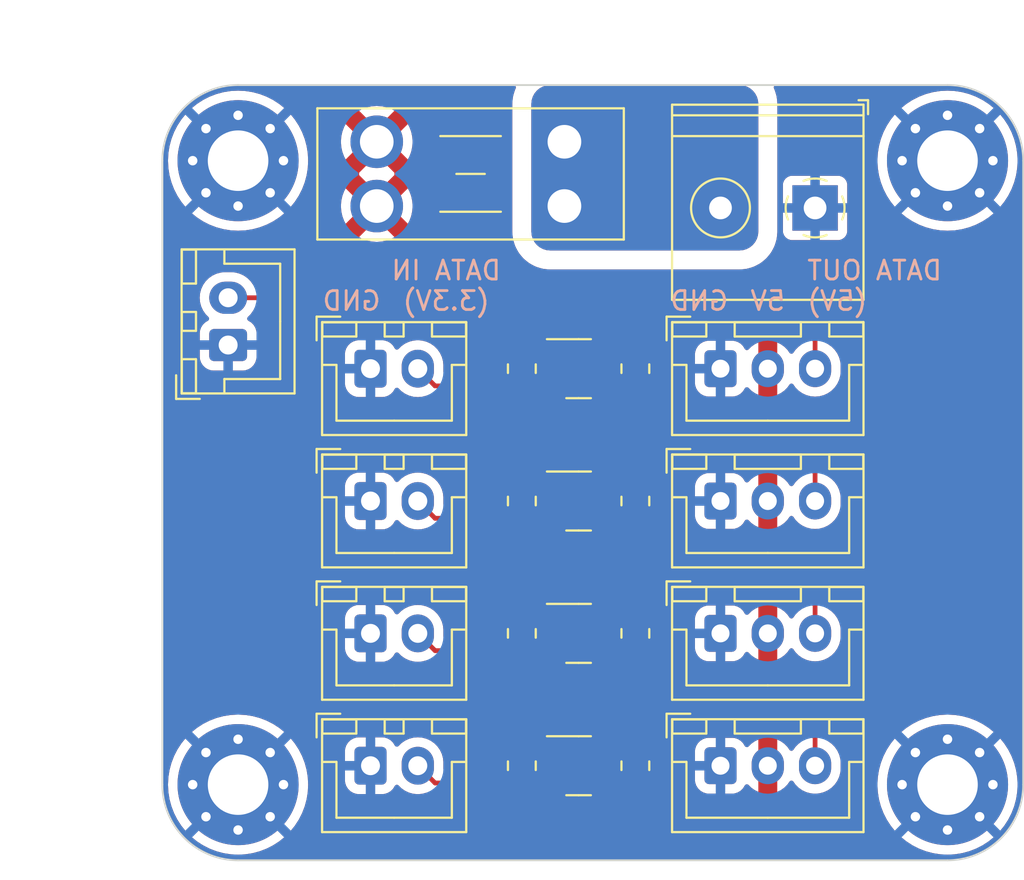
<source format=kicad_pcb>
(kicad_pcb (version 20221018) (generator pcbnew)
  (layers (0 "F.Cu" signal) (31 "B.Cu" signal) (34 "B.Paste" user) (35 "F.Paste" user) (36 "B.SilkS" user "B.Silkscreen") (37 "F.SilkS" user "F.Silkscreen") (38 "B.Mask" user) (39 "F.Mask" user) (44 "Edge.Cuts" user))
  (net 0 "")
  (net 1 "+5V")
  (net 2 "/5V_UNFUSED")
  (net 3 "GND")
  (net 4 "LED0_OUT")
  (net 5 "LED1_OUT")
  (net 6 "LED2_OUT")
  (net 7 "LED3_OUT")
  (net 8 "LED0_IN")
  (net 9 "LED1_IN")
  (net 10 "LED2_IN")
  (net 11 "LED3_IN")
  (net 12 "+3V3")
  (footprint "Package_TO_SOT_SMD:SOT-23" (layer "F.Cu") (at 41 54)
    (fp_text reference "Q3" hide)
    (fp_text value "BSS138")
    (fp_line (start 0 -1.56) (end -1.675 -1.56) (stroke (width 0.12)) (layer "F.SilkS"))
    (fp_line (start 0 -1.56) (end 0.65 -1.56) (stroke (width 0.12)) (layer "F.SilkS"))
    (fp_line (start 0 1.56) (end -0.65 1.56) (stroke (width 0.12)) (layer "F.SilkS"))
    (fp_line (start 0 1.56) (end 0.65 1.56) (stroke (width 0.12)) (layer "F.SilkS"))
    (pad "1" smd roundrect (at -0.9375 -0.95) (size 1.475 0.6) (layers "F.Cu" "F.Paste" "F.Mask") (net 12 "+3V3"))
    (pad "2" smd roundrect (at -0.9375 0.95) (size 1.475 0.6) (layers "F.Cu" "F.Paste" "F.Mask") (net 10 "LED2_IN"))
    (pad "3" smd roundrect (at 0.9375 0) (size 1.475 0.6) (layers "F.Cu" "F.Paste" "F.Mask") (net 6 "LED2_OUT"))
  )
  (footprint "Connector_JST:JST_XH_B2B-XH-A_1x02_P2.50mm_Vertical" (layer "F.Cu") (at 30 47)
    (fp_text reference "J6" hide)
    (fp_text value "JST_XH_2P")
    (fp_line (start -2.85 -2.75) (end -2.85 -1.5) (stroke (width 0.12)) (layer "F.SilkS"))
    (fp_line (start -2.56 -2.46) (end -2.56 3.51) (stroke (width 0.12)) (layer "F.SilkS"))
    (fp_line (start -2.56 3.51) (end 5.06 3.51) (stroke (width 0.12)) (layer "F.SilkS"))
    (fp_line (start -2.55 -2.45) (end -2.55 -1.7) (stroke (width 0.12)) (layer "F.SilkS"))
    (fp_line (start -2.55 -1.7) (end -0.75 -1.7) (stroke (width 0.12)) (layer "F.SilkS"))
    (fp_line (start -2.55 -0.2) (end -1.8 -0.2) (stroke (width 0.12)) (layer "F.SilkS"))
    (fp_line (start -1.8 -0.2) (end -1.8 2.75) (stroke (width 0.12)) (layer "F.SilkS"))
    (fp_line (start -1.8 2.75) (end 1.25 2.75) (stroke (width 0.12)) (layer "F.SilkS"))
    (fp_line (start -1.6 -2.75) (end -2.85 -2.75) (stroke (width 0.12)) (layer "F.SilkS"))
    (fp_line (start -0.75 -2.45) (end -2.55 -2.45) (stroke (width 0.12)) (layer "F.SilkS"))
    (fp_line (start -0.75 -1.7) (end -0.75 -2.45) (stroke (width 0.12)) (layer "F.SilkS"))
    (fp_line (start 0.75 -2.45) (end 0.75 -1.7) (stroke (width 0.12)) (layer "F.SilkS"))
    (fp_line (start 0.75 -1.7) (end 1.75 -1.7) (stroke (width 0.12)) (layer "F.SilkS"))
    (fp_line (start 1.75 -2.45) (end 0.75 -2.45) (stroke (width 0.12)) (layer "F.SilkS"))
    (fp_line (start 1.75 -1.7) (end 1.75 -2.45) (stroke (width 0.12)) (layer "F.SilkS"))
    (fp_line (start 3.25 -2.45) (end 3.25 -1.7) (stroke (width 0.12)) (layer "F.SilkS"))
    (fp_line (start 3.25 -1.7) (end 5.05 -1.7) (stroke (width 0.12)) (layer "F.SilkS"))
    (fp_line (start 4.3 -0.2) (end 4.3 2.75) (stroke (width 0.12)) (layer "F.SilkS"))
    (fp_line (start 4.3 2.75) (end 1.25 2.75) (stroke (width 0.12)) (layer "F.SilkS"))
    (fp_line (start 5.05 -2.45) (end 3.25 -2.45) (stroke (width 0.12)) (layer "F.SilkS"))
    (fp_line (start 5.05 -1.7) (end 5.05 -2.45) (stroke (width 0.12)) (layer "F.SilkS"))
    (fp_line (start 5.05 -0.2) (end 4.3 -0.2) (stroke (width 0.12)) (layer "F.SilkS"))
    (fp_line (start 5.06 -2.46) (end -2.56 -2.46) (stroke (width 0.12)) (layer "F.SilkS"))
    (fp_line (start 5.06 3.51) (end 5.06 -2.46) (stroke (width 0.12)) (layer "F.SilkS"))
    (pad "1" thru_hole roundrect (at 0 0) (size 1.7 2) (drill 1) (layers "*.Cu" "*.Mask") (roundrect_rratio 0.1470588235) (net 3 "GND"))
    (pad "2" thru_hole oval (at 2.5 0) (size 1.7 2) (drill 1) (layers "*.Cu" "*.Mask") (net 9 "LED1_IN"))
  )
  (footprint "Resistor_SMD:R_0805_2012Metric" (layer "F.Cu") (at 44 54 90)
    (fp_text reference "R6" hide)
    (fp_text value "10k")
    (fp_line (start -0.227064 -0.735) (end 0.227064 -0.735) (stroke (width 0.12)) (layer "F.SilkS"))
    (fp_line (start -0.227064 0.735) (end 0.227064 0.735) (stroke (width 0.12)) (layer "F.SilkS"))
    (pad "1" smd roundrect (at -0.9125 0 90) (size 1.025 1.4) (layers "F.Cu" "F.Paste" "F.Mask") (roundrect_rratio 0.243902439) (net 1 "+5V"))
    (pad "2" smd roundrect (at 0.9125 0 90) (size 1.025 1.4) (layers "F.Cu" "F.Paste" "F.Mask") (roundrect_rratio 0.243902439) (net 6 "LED2_OUT"))
  )
  (footprint "Connector_JST:JST_XH_B3B-XH-A_1x03_P2.50mm_Vertical" (layer "F.Cu") (at 48.5 40)
    (fp_text reference "J1" hide)
    (fp_text value "JST_XH_3P")
    (fp_line (start -2.85 -2.75) (end -2.85 -1.5) (stroke (width 0.12)) (layer "F.SilkS"))
    (fp_line (start -2.56 -2.46) (end -2.56 3.51) (stroke (width 0.12)) (layer "F.SilkS"))
    (fp_line (start -2.56 3.51) (end 7.56 3.51) (stroke (width 0.12)) (layer "F.SilkS"))
    (fp_line (start -2.55 -2.45) (end -2.55 -1.7) (stroke (width 0.12)) (layer "F.SilkS"))
    (fp_line (start -2.55 -1.7) (end -0.75 -1.7) (stroke (width 0.12)) (layer "F.SilkS"))
    (fp_line (start -2.55 -0.2) (end -1.8 -0.2) (stroke (width 0.12)) (layer "F.SilkS"))
    (fp_line (start -1.8 -0.2) (end -1.8 2.75) (stroke (width 0.12)) (layer "F.SilkS"))
    (fp_line (start -1.8 2.75) (end 2.5 2.75) (stroke (width 0.12)) (layer "F.SilkS"))
    (fp_line (start -1.6 -2.75) (end -2.85 -2.75) (stroke (width 0.12)) (layer "F.SilkS"))
    (fp_line (start -0.75 -2.45) (end -2.55 -2.45) (stroke (width 0.12)) (layer "F.SilkS"))
    (fp_line (start -0.75 -1.7) (end -0.75 -2.45) (stroke (width 0.12)) (layer "F.SilkS"))
    (fp_line (start 0.75 -2.45) (end 0.75 -1.7) (stroke (width 0.12)) (layer "F.SilkS"))
    (fp_line (start 0.75 -1.7) (end 4.25 -1.7) (stroke (width 0.12)) (layer "F.SilkS"))
    (fp_line (start 4.25 -2.45) (end 0.75 -2.45) (stroke (width 0.12)) (layer "F.SilkS"))
    (fp_line (start 4.25 -1.7) (end 4.25 -2.45) (stroke (width 0.12)) (layer "F.SilkS"))
    (fp_line (start 5.75 -2.45) (end 5.75 -1.7) (stroke (width 0.12)) (layer "F.SilkS"))
    (fp_line (start 5.75 -1.7) (end 7.55 -1.7) (stroke (width 0.12)) (layer "F.SilkS"))
    (fp_line (start 6.8 -0.2) (end 6.8 2.75) (stroke (width 0.12)) (layer "F.SilkS"))
    (fp_line (start 6.8 2.75) (end 2.5 2.75) (stroke (width 0.12)) (layer "F.SilkS"))
    (fp_line (start 7.55 -2.45) (end 5.75 -2.45) (stroke (width 0.12)) (layer "F.SilkS"))
    (fp_line (start 7.55 -1.7) (end 7.55 -2.45) (stroke (width 0.12)) (layer "F.SilkS"))
    (fp_line (start 7.55 -0.2) (end 6.8 -0.2) (stroke (width 0.12)) (layer "F.SilkS"))
    (fp_line (start 7.56 -2.46) (end -2.56 -2.46) (stroke (width 0.12)) (layer "F.SilkS"))
    (fp_line (start 7.56 3.51) (end 7.56 -2.46) (stroke (width 0.12)) (layer "F.SilkS"))
    (pad "1" thru_hole roundrect (at 0 0) (size 1.7 1.95) (drill 0.95) (layers "*.Cu" "*.Mask") (roundrect_rratio 0.1470588235) (net 3 "GND"))
    (pad "2" thru_hole oval (at 2.5 0) (size 1.7 1.95) (drill 0.95) (layers "*.Cu" "*.Mask") (net 1 "+5V"))
    (pad "3" thru_hole oval (at 5 0) (size 1.7 1.95) (drill 0.95) (layers "*.Cu" "*.Mask") (net 4 "LED0_OUT"))
  )
  (footprint "Connector_JST:JST_XH_B2B-XH-A_1x02_P2.50mm_Vertical" (layer "F.Cu") (at 30 54)
    (fp_text reference "J7" hide)
    (fp_text value "JST_XH_2P")
    (fp_line (start -2.85 -2.75) (end -2.85 -1.5) (stroke (width 0.12)) (layer "F.SilkS"))
    (fp_line (start -2.56 -2.46) (end -2.56 3.51) (stroke (width 0.12)) (layer "F.SilkS"))
    (fp_line (start -2.56 3.51) (end 5.06 3.51) (stroke (width 0.12)) (layer "F.SilkS"))
    (fp_line (start -2.55 -2.45) (end -2.55 -1.7) (stroke (width 0.12)) (layer "F.SilkS"))
    (fp_line (start -2.55 -1.7) (end -0.75 -1.7) (stroke (width 0.12)) (layer "F.SilkS"))
    (fp_line (start -2.55 -0.2) (end -1.8 -0.2) (stroke (width 0.12)) (layer "F.SilkS"))
    (fp_line (start -1.8 -0.2) (end -1.8 2.75) (stroke (width 0.12)) (layer "F.SilkS"))
    (fp_line (start -1.8 2.75) (end 1.25 2.75) (stroke (width 0.12)) (layer "F.SilkS"))
    (fp_line (start -1.6 -2.75) (end -2.85 -2.75) (stroke (width 0.12)) (layer "F.SilkS"))
    (fp_line (start -0.75 -2.45) (end -2.55 -2.45) (stroke (width 0.12)) (layer "F.SilkS"))
    (fp_line (start -0.75 -1.7) (end -0.75 -2.45) (stroke (width 0.12)) (layer "F.SilkS"))
    (fp_line (start 0.75 -2.45) (end 0.75 -1.7) (stroke (width 0.12)) (layer "F.SilkS"))
    (fp_line (start 0.75 -1.7) (end 1.75 -1.7) (stroke (width 0.12)) (layer "F.SilkS"))
    (fp_line (start 1.75 -2.45) (end 0.75 -2.45) (stroke (width 0.12)) (layer "F.SilkS"))
    (fp_line (start 1.75 -1.7) (end 1.75 -2.45) (stroke (width 0.12)) (layer "F.SilkS"))
    (fp_line (start 3.25 -2.45) (end 3.25 -1.7) (stroke (width 0.12)) (layer "F.SilkS"))
    (fp_line (start 3.25 -1.7) (end 5.05 -1.7) (stroke (width 0.12)) (layer "F.SilkS"))
    (fp_line (start 4.3 -0.2) (end 4.3 2.75) (stroke (width 0.12)) (layer "F.SilkS"))
    (fp_line (start 4.3 2.75) (end 1.25 2.75) (stroke (width 0.12)) (layer "F.SilkS"))
    (fp_line (start 5.05 -2.45) (end 3.25 -2.45) (stroke (width 0.12)) (layer "F.SilkS"))
    (fp_line (start 5.05 -1.7) (end 5.05 -2.45) (stroke (width 0.12)) (layer "F.SilkS"))
    (fp_line (start 5.05 -0.2) (end 4.3 -0.2) (stroke (width 0.12)) (layer "F.SilkS"))
    (fp_line (start 5.06 -2.46) (end -2.56 -2.46) (stroke (width 0.12)) (layer "F.SilkS"))
    (fp_line (start 5.06 3.51) (end 5.06 -2.46) (stroke (width 0.12)) (layer "F.SilkS"))
    (pad "1" thru_hole roundrect (at 0 0) (size 1.7 2) (drill 1) (layers "*.Cu" "*.Mask") (roundrect_rratio 0.1470588235) (net 3 "GND"))
    (pad "2" thru_hole oval (at 2.5 0) (size 1.7 2) (drill 1) (layers "*.Cu" "*.Mask") (net 10 "LED2_IN"))
  )
  (footprint "Package_TO_SOT_SMD:SOT-23" (layer "F.Cu") (at 41 40)
    (fp_text reference "Q1" hide)
    (fp_text value "BSS138")
    (fp_line (start 0 -1.56) (end -1.675 -1.56) (stroke (width 0.12)) (layer "F.SilkS"))
    (fp_line (start 0 -1.56) (end 0.65 -1.56) (stroke (width 0.12)) (layer "F.SilkS"))
    (fp_line (start 0 1.56) (end -0.65 1.56) (stroke (width 0.12)) (layer "F.SilkS"))
    (fp_line (start 0 1.56) (end 0.65 1.56) (stroke (width 0.12)) (layer "F.SilkS"))
    (pad "1" smd roundrect (at -0.9375 -0.95) (size 1.475 0.6) (layers "F.Cu" "F.Paste" "F.Mask") (net 12 "+3V3"))
    (pad "2" smd roundrect (at -0.9375 0.95) (size 1.475 0.6) (layers "F.Cu" "F.Paste" "F.Mask") (net 8 "LED0_IN"))
    (pad "3" smd roundrect (at 0.9375 0) (size 1.475 0.6) (layers "F.Cu" "F.Paste" "F.Mask") (net 4 "LED0_OUT"))
  )
  (footprint "Connector_JST:JST_XH_B3B-XH-A_1x03_P2.50mm_Vertical" (layer "F.Cu") (at 48.5 61)
    (fp_text reference "J4" hide)
    (fp_text value "JST_XH_3P")
    (fp_line (start -2.85 -2.75) (end -2.85 -1.5) (stroke (width 0.12)) (layer "F.SilkS"))
    (fp_line (start -2.56 -2.46) (end -2.56 3.51) (stroke (width 0.12)) (layer "F.SilkS"))
    (fp_line (start -2.56 3.51) (end 7.56 3.51) (stroke (width 0.12)) (layer "F.SilkS"))
    (fp_line (start -2.55 -2.45) (end -2.55 -1.7) (stroke (width 0.12)) (layer "F.SilkS"))
    (fp_line (start -2.55 -1.7) (end -0.75 -1.7) (stroke (width 0.12)) (layer "F.SilkS"))
    (fp_line (start -2.55 -0.2) (end -1.8 -0.2) (stroke (width 0.12)) (layer "F.SilkS"))
    (fp_line (start -1.8 -0.2) (end -1.8 2.75) (stroke (width 0.12)) (layer "F.SilkS"))
    (fp_line (start -1.8 2.75) (end 2.5 2.75) (stroke (width 0.12)) (layer "F.SilkS"))
    (fp_line (start -1.6 -2.75) (end -2.85 -2.75) (stroke (width 0.12)) (layer "F.SilkS"))
    (fp_line (start -0.75 -2.45) (end -2.55 -2.45) (stroke (width 0.12)) (layer "F.SilkS"))
    (fp_line (start -0.75 -1.7) (end -0.75 -2.45) (stroke (width 0.12)) (layer "F.SilkS"))
    (fp_line (start 0.75 -2.45) (end 0.75 -1.7) (stroke (width 0.12)) (layer "F.SilkS"))
    (fp_line (start 0.75 -1.7) (end 4.25 -1.7) (stroke (width 0.12)) (layer "F.SilkS"))
    (fp_line (start 4.25 -2.45) (end 0.75 -2.45) (stroke (width 0.12)) (layer "F.SilkS"))
    (fp_line (start 4.25 -1.7) (end 4.25 -2.45) (stroke (width 0.12)) (layer "F.SilkS"))
    (fp_line (start 5.75 -2.45) (end 5.75 -1.7) (stroke (width 0.12)) (layer "F.SilkS"))
    (fp_line (start 5.75 -1.7) (end 7.55 -1.7) (stroke (width 0.12)) (layer "F.SilkS"))
    (fp_line (start 6.8 -0.2) (end 6.8 2.75) (stroke (width 0.12)) (layer "F.SilkS"))
    (fp_line (start 6.8 2.75) (end 2.5 2.75) (stroke (width 0.12)) (layer "F.SilkS"))
    (fp_line (start 7.55 -2.45) (end 5.75 -2.45) (stroke (width 0.12)) (layer "F.SilkS"))
    (fp_line (start 7.55 -1.7) (end 7.55 -2.45) (stroke (width 0.12)) (layer "F.SilkS"))
    (fp_line (start 7.55 -0.2) (end 6.8 -0.2) (stroke (width 0.12)) (layer "F.SilkS"))
    (fp_line (start 7.56 -2.46) (end -2.56 -2.46) (stroke (width 0.12)) (layer "F.SilkS"))
    (fp_line (start 7.56 3.51) (end 7.56 -2.46) (stroke (width 0.12)) (layer "F.SilkS"))
    (pad "1" thru_hole roundrect (at 0 0) (size 1.7 1.95) (drill 0.95) (layers "*.Cu" "*.Mask") (roundrect_rratio 0.1470588235) (net 3 "GND"))
    (pad "2" thru_hole oval (at 2.5 0) (size 1.7 1.95) (drill 0.95) (layers "*.Cu" "*.Mask") (net 1 "+5V"))
    (pad "3" thru_hole oval (at 5 0) (size 1.7 1.95) (drill 0.95) (layers "*.Cu" "*.Mask") (net 7 "LED3_OUT"))
  )
  (footprint "TerminalBlock_Philmore:TerminalBlock_Philmore_TB132_1x02_P5.00mm_Horizontal" (layer "F.Cu") (at 53.5 31.5 180)
    (fp_text reference "J9" hide)
    (fp_text value "LED_POWER_IN")
    (fp_line (start -2.8 4.96) (end -2.8 5.7) (stroke (width 0.12)) (layer "F.SilkS"))
    (fp_line (start -2.8 5.7) (end -2.3 5.7) (stroke (width 0.12)) (layer "F.SilkS"))
    (fp_line (start -2.56 -4.86) (end -2.56 5.46) (stroke (width 0.12)) (layer "F.SilkS"))
    (fp_line (start -2.56 -4.86) (end 7.56 -4.86) (stroke (width 0.12)) (layer "F.SilkS"))
    (fp_line (start -2.56 3.8) (end 7.56 3.8) (stroke (width 0.12)) (layer "F.SilkS"))
    (fp_line (start -2.56 4.9) (end 7.56 4.9) (stroke (width 0.12)) (layer "F.SilkS"))
    (fp_line (start -2.56 5.46) (end 7.56 5.46) (stroke (width 0.12)) (layer "F.SilkS"))
    (fp_line (start 7.56 -4.86) (end 7.56 5.46) (stroke (width 0.12)) (layer "F.SilkS"))
    (fp_arc (start -1.432109 0.607742) (mid -1.555727 -0.00014) (end -1.432 -0.608) (stroke (width 0.12)) (layer "F.SilkS"))
    (fp_arc (start -0.607742 -1.432109) (mid 0.00014 -1.555727) (end 0.608 -1.432) (stroke (width 0.12)) (layer "F.SilkS"))
    (fp_arc (start 0.027011 1.555493) (mid -0.296984 1.527118) (end -0.608 1.432) (stroke (width 0.12)) (layer "F.SilkS"))
    (fp_arc (start 0.607587 1.431385) (mid 0.310017 1.523783) (end 0 1.555) (stroke (width 0.12)) (layer "F.SilkS"))
    (fp_arc (start 1.432109 -0.607742) (mid 1.555727 0.00014) (end 1.432 0.608) (stroke (width 0.12)) (layer "F.SilkS"))
    (fp_circle (center 5 0) (end 6.555 0) (stroke (width 0.12)) (fill none) (layer "F.SilkS"))
    (pad "1" thru_hole rect (at 0 0 180) (size 2.4 2.4) (drill 1.2) (layers "*.Cu" "*.Mask") (net 3 "GND"))
    (pad "2" thru_hole circle (at 5 0 180) (size 2.4 2.4) (drill 1.2) (layers "*.Cu" "*.Mask") (net 2 "/5V_UNFUSED"))
  )
  (footprint "MountingHole:MountingHole_3.2mm_M3_Pad_Via" (layer "F.Cu") (at 60.5 29)
    (fp_text reference "H2" hide)
    (fp_text value "M3")
    (pad "1" thru_hole circle (at -2.4 0) (size 0.8 0.8) (drill 0.5) (layers "*.Cu" "*.Mask") (net 3 "GND"))
    (pad "1" thru_hole circle (at -1.697056 -1.697056) (size 0.8 0.8) (drill 0.5) (layers "*.Cu" "*.Mask") (net 3 "GND"))
    (pad "1" thru_hole circle (at -1.697056 1.697056) (size 0.8 0.8) (drill 0.5) (layers "*.Cu" "*.Mask") (net 3 "GND"))
    (pad "1" thru_hole circle (at 0 -2.4) (size 0.8 0.8) (drill 0.5) (layers "*.Cu" "*.Mask") (net 3 "GND"))
    (pad "1" thru_hole circle (at 0 0) (size 6.4 6.4) (drill 3.2) (layers "*.Cu" "*.Mask") (net 3 "GND"))
    (pad "1" thru_hole circle (at 0 2.4) (size 0.8 0.8) (drill 0.5) (layers "*.Cu" "*.Mask") (net 3 "GND"))
    (pad "1" thru_hole circle (at 1.697056 -1.697056) (size 0.8 0.8) (drill 0.5) (layers "*.Cu" "*.Mask") (net 3 "GND"))
    (pad "1" thru_hole circle (at 1.697056 1.697056) (size 0.8 0.8) (drill 0.5) (layers "*.Cu" "*.Mask") (net 3 "GND"))
    (pad "1" thru_hole circle (at 2.4 0) (size 0.8 0.8) (drill 0.5) (layers "*.Cu" "*.Mask") (net 3 "GND"))
  )
  (footprint "Resistor_SMD:R_0805_2012Metric" (layer "F.Cu") (at 38 54 -90)
    (fp_text reference "R5" hide)
    (fp_text value "10k")
    (fp_line (start -0.227064 -0.735) (end 0.227064 -0.735) (stroke (width 0.12)) (layer "F.SilkS"))
    (fp_line (start -0.227064 0.735) (end 0.227064 0.735) (stroke (width 0.12)) (layer "F.SilkS"))
    (pad "1" smd roundrect (at -0.9125 0 270) (size 1.025 1.4) (layers "F.Cu" "F.Paste" "F.Mask") (roundrect_rratio 0.243902439) (net 12 "+3V3"))
    (pad "2" smd roundrect (at 0.9125 0 270) (size 1.025 1.4) (layers "F.Cu" "F.Paste" "F.Mask") (roundrect_rratio 0.243902439) (net 10 "LED2_IN"))
  )
  (footprint "Connector_JST:JST_XH_B3B-XH-A_1x03_P2.50mm_Vertical" (layer "F.Cu") (at 48.5 47)
    (fp_text reference "J2" hide)
    (fp_text value "JST_XH_3P")
    (fp_line (start -2.85 -2.75) (end -2.85 -1.5) (stroke (width 0.12)) (layer "F.SilkS"))
    (fp_line (start -2.56 -2.46) (end -2.56 3.51) (stroke (width 0.12)) (layer "F.SilkS"))
    (fp_line (start -2.56 3.51) (end 7.56 3.51) (stroke (width 0.12)) (layer "F.SilkS"))
    (fp_line (start -2.55 -2.45) (end -2.55 -1.7) (stroke (width 0.12)) (layer "F.SilkS"))
    (fp_line (start -2.55 -1.7) (end -0.75 -1.7) (stroke (width 0.12)) (layer "F.SilkS"))
    (fp_line (start -2.55 -0.2) (end -1.8 -0.2) (stroke (width 0.12)) (layer "F.SilkS"))
    (fp_line (start -1.8 -0.2) (end -1.8 2.75) (stroke (width 0.12)) (layer "F.SilkS"))
    (fp_line (start -1.8 2.75) (end 2.5 2.75) (stroke (width 0.12)) (layer "F.SilkS"))
    (fp_line (start -1.6 -2.75) (end -2.85 -2.75) (stroke (width 0.12)) (layer "F.SilkS"))
    (fp_line (start -0.75 -2.45) (end -2.55 -2.45) (stroke (width 0.12)) (layer "F.SilkS"))
    (fp_line (start -0.75 -1.7) (end -0.75 -2.45) (stroke (width 0.12)) (layer "F.SilkS"))
    (fp_line (start 0.75 -2.45) (end 0.75 -1.7) (stroke (width 0.12)) (layer "F.SilkS"))
    (fp_line (start 0.75 -1.7) (end 4.25 -1.7) (stroke (width 0.12)) (layer "F.SilkS"))
    (fp_line (start 4.25 -2.45) (end 0.75 -2.45) (stroke (width 0.12)) (layer "F.SilkS"))
    (fp_line (start 4.25 -1.7) (end 4.25 -2.45) (stroke (width 0.12)) (layer "F.SilkS"))
    (fp_line (start 5.75 -2.45) (end 5.75 -1.7) (stroke (width 0.12)) (layer "F.SilkS"))
    (fp_line (start 5.75 -1.7) (end 7.55 -1.7) (stroke (width 0.12)) (layer "F.SilkS"))
    (fp_line (start 6.8 -0.2) (end 6.8 2.75) (stroke (width 0.12)) (layer "F.SilkS"))
    (fp_line (start 6.8 2.75) (end 2.5 2.75) (stroke (width 0.12)) (layer "F.SilkS"))
    (fp_line (start 7.55 -2.45) (end 5.75 -2.45) (stroke (width 0.12)) (layer "F.SilkS"))
    (fp_line (start 7.55 -1.7) (end 7.55 -2.45) (stroke (width 0.12)) (layer "F.SilkS"))
    (fp_line (start 7.55 -0.2) (end 6.8 -0.2) (stroke (width 0.12)) (layer "F.SilkS"))
    (fp_line (start 7.56 -2.46) (end -2.56 -2.46) (stroke (width 0.12)) (layer "F.SilkS"))
    (fp_line (start 7.56 3.51) (end 7.56 -2.46) (stroke (width 0.12)) (layer "F.SilkS"))
    (pad "1" thru_hole roundrect (at 0 0) (size 1.7 1.95) (drill 0.95) (layers "*.Cu" "*.Mask") (roundrect_rratio 0.1470588235) (net 3 "GND"))
    (pad "2" thru_hole oval (at 2.5 0) (size 1.7 1.95) (drill 0.95) (layers "*.Cu" "*.Mask") (net 1 "+5V"))
    (pad "3" thru_hole oval (at 5 0) (size 1.7 1.95) (drill 0.95) (layers "*.Cu" "*.Mask") (net 5 "LED1_OUT"))
  )
  (footprint "Resistor_SMD:R_0805_2012Metric" (layer "F.Cu") (at 38 61 -90)
    (fp_text reference "R7" hide)
    (fp_text value "10k")
    (fp_line (start -0.227064 -0.735) (end 0.227064 -0.735) (stroke (width 0.12)) (layer "F.SilkS"))
    (fp_line (start -0.227064 0.735) (end 0.227064 0.735) (stroke (width 0.12)) (layer "F.SilkS"))
    (pad "1" smd roundrect (at -0.9125 0 270) (size 1.025 1.4) (layers "F.Cu" "F.Paste" "F.Mask") (roundrect_rratio 0.243902439) (net 12 "+3V3"))
    (pad "2" smd roundrect (at 0.9125 0 270) (size 1.025 1.4) (layers "F.Cu" "F.Paste" "F.Mask") (roundrect_rratio 0.243902439) (net 11 "LED3_IN"))
  )
  (footprint "Connector_JST:JST_XH_B2B-XH-A_1x02_P2.50mm_Vertical" (layer "F.Cu") (at 22.475 38.75 90)
    (fp_text reference "J10" hide)
    (fp_text value "JST_XH_2P")
    (fp_line (start -2.85 -2.75) (end -2.85 -1.5) (stroke (width 0.12)) (layer "F.SilkS"))
    (fp_line (start -2.56 -2.46) (end -2.56 3.51) (stroke (width 0.12)) (layer "F.SilkS"))
    (fp_line (start -2.56 3.51) (end 5.06 3.51) (stroke (width 0.12)) (layer "F.SilkS"))
    (fp_line (start -2.55 -2.45) (end -2.55 -1.7) (stroke (width 0.12)) (layer "F.SilkS"))
    (fp_line (start -2.55 -1.7) (end -0.75 -1.7) (stroke (width 0.12)) (layer "F.SilkS"))
    (fp_line (start -2.55 -0.2) (end -1.8 -0.2) (stroke (width 0.12)) (layer "F.SilkS"))
    (fp_line (start -1.8 -0.2) (end -1.8 2.75) (stroke (width 0.12)) (layer "F.SilkS"))
    (fp_line (start -1.8 2.75) (end 1.25 2.75) (stroke (width 0.12)) (layer "F.SilkS"))
    (fp_line (start -1.6 -2.75) (end -2.85 -2.75) (stroke (width 0.12)) (layer "F.SilkS"))
    (fp_line (start -0.75 -2.45) (end -2.55 -2.45) (stroke (width 0.12)) (layer "F.SilkS"))
    (fp_line (start -0.75 -1.7) (end -0.75 -2.45) (stroke (width 0.12)) (layer "F.SilkS"))
    (fp_line (start 0.75 -2.45) (end 0.75 -1.7) (stroke (width 0.12)) (layer "F.SilkS"))
    (fp_line (start 0.75 -1.7) (end 1.75 -1.7) (stroke (width 0.12)) (layer "F.SilkS"))
    (fp_line (start 1.75 -2.45) (end 0.75 -2.45) (stroke (width 0.12)) (layer "F.SilkS"))
    (fp_line (start 1.75 -1.7) (end 1.75 -2.45) (stroke (width 0.12)) (layer "F.SilkS"))
    (fp_line (start 3.25 -2.45) (end 3.25 -1.7) (stroke (width 0.12)) (layer "F.SilkS"))
    (fp_line (start 3.25 -1.7) (end 5.05 -1.7) (stroke (width 0.12)) (layer "F.SilkS"))
    (fp_line (start 4.3 -0.2) (end 4.3 2.75) (stroke (width 0.12)) (layer "F.SilkS"))
    (fp_line (start 4.3 2.75) (end 1.25 2.75) (stroke (width 0.12)) (layer "F.SilkS"))
    (fp_line (start 5.05 -2.45) (end 3.25 -2.45) (stroke (width 0.12)) (layer "F.SilkS"))
    (fp_line (start 5.05 -1.7) (end 5.05 -2.45) (stroke (width 0.12)) (layer "F.SilkS"))
    (fp_line (start 5.05 -0.2) (end 4.3 -0.2) (stroke (width 0.12)) (layer "F.SilkS"))
    (fp_line (start 5.06 -2.46) (end -2.56 -2.46) (stroke (width 0.12)) (layer "F.SilkS"))
    (fp_line (start 5.06 3.51) (end 5.06 -2.46) (stroke (width 0.12)) (layer "F.SilkS"))
    (pad "1" thru_hole roundrect (at 0 0 90) (size 1.7 2) (drill 1) (layers "*.Cu" "*.Mask") (roundrect_rratio 0.1470588235) (net 3 "GND"))
    (pad "2" thru_hole oval (at 2.5 0 90) (size 1.7 2) (drill 1) (layers "*.Cu" "*.Mask") (net 12 "+3V3"))
  )
  (footprint "Fuse:Fuseholder_Blade_Mini_Keystone_3568" (layer "F.Cu") (at 30.33 28)
    (fp_text reference "F1" hide)
    (fp_text value "10A")
    (fp_line (start -3.14 -1.77) (end -3.14 5.17) (stroke (width 0.12)) (layer "F.SilkS"))
    (fp_line (start -3.14 5.17) (end 13.06 5.17) (stroke (width 0.12)) (layer "F.SilkS"))
    (fp_line (start 3.36 -0.3) (end 6.56 -0.3) (stroke (width 0.12)) (layer "F.SilkS"))
    (fp_line (start 4.21 1.7) (end 5.71 1.7) (stroke (width 0.12)) (layer "F.SilkS"))
    (fp_line (start 6.56 3.7) (end 3.36 3.7) (stroke (width 0.12)) (layer "F.SilkS"))
    (fp_line (start 13.06 -1.77) (end -3.14 -1.77) (stroke (width 0.12)) (layer "F.SilkS"))
    (fp_line (start 13.06 5.17) (end 13.06 -1.77) (stroke (width 0.12)) (layer "F.SilkS"))
    (pad "1" thru_hole circle (at 0 0) (size 2.78 2.78) (drill 1.78) (layers "*.Cu" "*.Mask") (net 1 "+5V"))
    (pad "1" thru_hole circle (at 0 3.4) (size 2.78 2.78) (drill 1.78) (layers "*.Cu" "*.Mask") (net 1 "+5V"))
    (pad "2" thru_hole circle (at 9.92 0) (size 2.78 2.78) (drill 1.78) (layers "*.Cu" "*.Mask") (net 2 "/5V_UNFUSED"))
    (pad "2" thru_hole circle (at 9.92 3.4) (size 2.78 2.78) (drill 1.78) (layers "*.Cu" "*.Mask") (net 2 "/5V_UNFUSED"))
  )
  (footprint "Connector_JST:JST_XH_B2B-XH-A_1x02_P2.50mm_Vertical" (layer "F.Cu") (at 30 40)
    (fp_text reference "J5" hide)
    (fp_text value "JST_XH_2P")
    (fp_line (start -2.85 -2.75) (end -2.85 -1.5) (stroke (width 0.12)) (layer "F.SilkS"))
    (fp_line (start -2.56 -2.46) (end -2.56 3.51) (stroke (width 0.12)) (layer "F.SilkS"))
    (fp_line (start -2.56 3.51) (end 5.06 3.51) (stroke (width 0.12)) (layer "F.SilkS"))
    (fp_line (start -2.55 -2.45) (end -2.55 -1.7) (stroke (width 0.12)) (layer "F.SilkS"))
    (fp_line (start -2.55 -1.7) (end -0.75 -1.7) (stroke (width 0.12)) (layer "F.SilkS"))
    (fp_line (start -2.55 -0.2) (end -1.8 -0.2) (stroke (width 0.12)) (layer "F.SilkS"))
    (fp_line (start -1.8 -0.2) (end -1.8 2.75) (stroke (width 0.12)) (layer "F.SilkS"))
    (fp_line (start -1.8 2.75) (end 1.25 2.75) (stroke (width 0.12)) (layer "F.SilkS"))
    (fp_line (start -1.6 -2.75) (end -2.85 -2.75) (stroke (width 0.12)) (layer "F.SilkS"))
    (fp_line (start -0.75 -2.45) (end -2.55 -2.45) (stroke (width 0.12)) (layer "F.SilkS"))
    (fp_line (start -0.75 -1.7) (end -0.75 -2.45) (stroke (width 0.12)) (layer "F.SilkS"))
    (fp_line (start 0.75 -2.45) (end 0.75 -1.7) (stroke (width 0.12)) (layer "F.SilkS"))
    (fp_line (start 0.75 -1.7) (end 1.75 -1.7) (stroke (width 0.12)) (layer "F.SilkS"))
    (fp_line (start 1.75 -2.45) (end 0.75 -2.45) (stroke (width 0.12)) (layer "F.SilkS"))
    (fp_line (start 1.75 -1.7) (end 1.75 -2.45) (stroke (width 0.12)) (layer "F.SilkS"))
    (fp_line (start 3.25 -2.45) (end 3.25 -1.7) (stroke (width 0.12)) (layer "F.SilkS"))
    (fp_line (start 3.25 -1.7) (end 5.05 -1.7) (stroke (width 0.12)) (layer "F.SilkS"))
    (fp_line (start 4.3 -0.2) (end 4.3 2.75) (stroke (width 0.12)) (layer "F.SilkS"))
    (fp_line (start 4.3 2.75) (end 1.25 2.75) (stroke (width 0.12)) (layer "F.SilkS"))
    (fp_line (start 5.05 -2.45) (end 3.25 -2.45) (stroke (width 0.12)) (layer "F.SilkS"))
    (fp_line (start 5.05 -1.7) (end 5.05 -2.45) (stroke (width 0.12)) (layer "F.SilkS"))
    (fp_line (start 5.05 -0.2) (end 4.3 -0.2) (stroke (width 0.12)) (layer "F.SilkS"))
    (fp_line (start 5.06 -2.46) (end -2.56 -2.46) (stroke (width 0.12)) (layer "F.SilkS"))
    (fp_line (start 5.06 3.51) (end 5.06 -2.46) (stroke (width 0.12)) (layer "F.SilkS"))
    (pad "1" thru_hole roundrect (at 0 0) (size 1.7 2) (drill 1) (layers "*.Cu" "*.Mask") (roundrect_rratio 0.1470588235) (net 3 "GND"))
    (pad "2" thru_hole oval (at 2.5 0) (size 1.7 2) (drill 1) (layers "*.Cu" "*.Mask") (net 8 "LED0_IN"))
  )
  (footprint "Resistor_SMD:R_0805_2012Metric" (layer "F.Cu") (at 44 40 90)
    (fp_text reference "R2" hide)
    (fp_text value "10k")
    (fp_line (start -0.227064 -0.735) (end 0.227064 -0.735) (stroke (width 0.12)) (layer "F.SilkS"))
    (fp_line (start -0.227064 0.735) (end 0.227064 0.735) (stroke (width 0.12)) (layer "F.SilkS"))
    (pad "1" smd roundrect (at -0.9125 0 90) (size 1.025 1.4) (layers "F.Cu" "F.Paste" "F.Mask") (roundrect_rratio 0.243902439) (net 1 "+5V"))
    (pad "2" smd roundrect (at 0.9125 0 90) (size 1.025 1.4) (layers "F.Cu" "F.Paste" "F.Mask") (roundrect_rratio 0.243902439) (net 4 "LED0_OUT"))
  )
  (footprint "Resistor_SMD:R_0805_2012Metric" (layer "F.Cu") (at 38 47 -90)
    (fp_text reference "R3" hide)
    (fp_text value "10k")
    (fp_line (start -0.227064 -0.735) (end 0.227064 -0.735) (stroke (width 0.12)) (layer "F.SilkS"))
    (fp_line (start -0.227064 0.735) (end 0.227064 0.735) (stroke (width 0.12)) (layer "F.SilkS"))
    (pad "1" smd roundrect (at -0.9125 0 270) (size 1.025 1.4) (layers "F.Cu" "F.Paste" "F.Mask") (roundrect_rratio 0.243902439) (net 12 "+3V3"))
    (pad "2" smd roundrect (at 0.9125 0 270) (size 1.025 1.4) (layers "F.Cu" "F.Paste" "F.Mask") (roundrect_rratio 0.243902439) (net 9 "LED1_IN"))
  )
  (footprint "MountingHole:MountingHole_3.2mm_M3_Pad_Via" (layer "F.Cu") (at 23 62)
    (fp_text reference "H3" hide)
    (fp_text value "M3")
    (pad "1" thru_hole circle (at -2.4 0) (size 0.8 0.8) (drill 0.5) (layers "*.Cu" "*.Mask") (net 3 "GND"))
    (pad "1" thru_hole circle (at -1.697056 -1.697056) (size 0.8 0.8) (drill 0.5) (layers "*.Cu" "*.Mask") (net 3 "GND"))
    (pad "1" thru_hole circle (at -1.697056 1.697056) (size 0.8 0.8) (drill 0.5) (layers "*.Cu" "*.Mask") (net 3 "GND"))
    (pad "1" thru_hole circle (at 0 -2.4) (size 0.8 0.8) (drill 0.5) (layers "*.Cu" "*.Mask") (net 3 "GND"))
    (pad "1" thru_hole circle (at 0 0) (size 6.4 6.4) (drill 3.2) (layers "*.Cu" "*.Mask") (net 3 "GND"))
    (pad "1" thru_hole circle (at 0 2.4) (size 0.8 0.8) (drill 0.5) (layers "*.Cu" "*.Mask") (net 3 "GND"))
    (pad "1" thru_hole circle (at 1.697056 -1.697056) (size 0.8 0.8) (drill 0.5) (layers "*.Cu" "*.Mask") (net 3 "GND"))
    (pad "1" thru_hole circle (at 1.697056 1.697056) (size 0.8 0.8) (drill 0.5) (layers "*.Cu" "*.Mask") (net 3 "GND"))
    (pad "1" thru_hole circle (at 2.4 0) (size 0.8 0.8) (drill 0.5) (layers "*.Cu" "*.Mask") (net 3 "GND"))
  )
  (footprint "MountingHole:MountingHole_3.2mm_M3_Pad_Via" (layer "F.Cu") (at 60.5 62)
    (fp_text reference "H4" hide)
    (fp_text value "M3")
    (pad "1" thru_hole circle (at -2.4 0) (size 0.8 0.8) (drill 0.5) (layers "*.Cu" "*.Mask") (net 3 "GND"))
    (pad "1" thru_hole circle (at -1.697056 -1.697056) (size 0.8 0.8) (drill 0.5) (layers "*.Cu" "*.Mask") (net 3 "GND"))
    (pad "1" thru_hole circle (at -1.697056 1.697056) (size 0.8 0.8) (drill 0.5) (layers "*.Cu" "*.Mask") (net 3 "GND"))
    (pad "1" thru_hole circle (at 0 -2.4) (size 0.8 0.8) (drill 0.5) (layers "*.Cu" "*.Mask") (net 3 "GND"))
    (pad "1" thru_hole circle (at 0 0) (size 6.4 6.4) (drill 3.2) (layers "*.Cu" "*.Mask") (net 3 "GND"))
    (pad "1" thru_hole circle (at 0 2.4) (size 0.8 0.8) (drill 0.5) (layers "*.Cu" "*.Mask") (net 3 "GND"))
    (pad "1" thru_hole circle (at 1.697056 -1.697056) (size 0.8 0.8) (drill 0.5) (layers "*.Cu" "*.Mask") (net 3 "GND"))
    (pad "1" thru_hole circle (at 1.697056 1.697056) (size 0.8 0.8) (drill 0.5) (layers "*.Cu" "*.Mask") (net 3 "GND"))
    (pad "1" thru_hole circle (at 2.4 0) (size 0.8 0.8) (drill 0.5) (layers "*.Cu" "*.Mask") (net 3 "GND"))
  )
  (footprint "Resistor_SMD:R_0805_2012Metric" (layer "F.Cu") (at 38 40 -90)
    (fp_text reference "R1" hide)
    (fp_text value "10k")
    (fp_line (start -0.227064 -0.735) (end 0.227064 -0.735) (stroke (width 0.12)) (layer "F.SilkS"))
    (fp_line (start -0.227064 0.735) (end 0.227064 0.735) (stroke (width 0.12)) (layer "F.SilkS"))
    (pad "1" smd roundrect (at -0.9125 0 270) (size 1.025 1.4) (layers "F.Cu" "F.Paste" "F.Mask") (roundrect_rratio 0.243902439) (net 12 "+3V3"))
    (pad "2" smd roundrect (at 0.9125 0 270) (size 1.025 1.4) (layers "F.Cu" "F.Paste" "F.Mask") (roundrect_rratio 0.243902439) (net 8 "LED0_IN"))
  )
  (footprint "MountingHole:MountingHole_3.2mm_M3_Pad_Via" (layer "F.Cu") (at 23 29)
    (fp_text reference "H1" hide)
    (fp_text value "M3")
    (pad "1" thru_hole circle (at -2.4 0) (size 0.8 0.8) (drill 0.5) (layers "*.Cu" "*.Mask") (net 3 "GND"))
    (pad "1" thru_hole circle (at -1.697056 -1.697056) (size 0.8 0.8) (drill 0.5) (layers "*.Cu" "*.Mask") (net 3 "GND"))
    (pad "1" thru_hole circle (at -1.697056 1.697056) (size 0.8 0.8) (drill 0.5) (layers "*.Cu" "*.Mask") (net 3 "GND"))
    (pad "1" thru_hole circle (at 0 -2.4) (size 0.8 0.8) (drill 0.5) (layers "*.Cu" "*.Mask") (net 3 "GND"))
    (pad "1" thru_hole circle (at 0 0) (size 6.4 6.4) (drill 3.2) (layers "*.Cu" "*.Mask") (net 3 "GND"))
    (pad "1" thru_hole circle (at 0 2.4) (size 0.8 0.8) (drill 0.5) (layers "*.Cu" "*.Mask") (net 3 "GND"))
    (pad "1" thru_hole circle (at 1.697056 -1.697056) (size 0.8 0.8) (drill 0.5) (layers "*.Cu" "*.Mask") (net 3 "GND"))
    (pad "1" thru_hole circle (at 1.697056 1.697056) (size 0.8 0.8) (drill 0.5) (layers "*.Cu" "*.Mask") (net 3 "GND"))
    (pad "1" thru_hole circle (at 2.4 0) (size 0.8 0.8) (drill 0.5) (layers "*.Cu" "*.Mask") (net 3 "GND"))
  )
  (footprint "Connector_JST:JST_XH_B3B-XH-A_1x03_P2.50mm_Vertical" (layer "F.Cu") (at 48.5 54)
    (fp_text reference "J3" hide)
    (fp_text value "JST_XH_3P")
    (fp_line (start -2.85 -2.75) (end -2.85 -1.5) (stroke (width 0.12)) (layer "F.SilkS"))
    (fp_line (start -2.56 -2.46) (end -2.56 3.51) (stroke (width 0.12)) (layer "F.SilkS"))
    (fp_line (start -2.56 3.51) (end 7.56 3.51) (stroke (width 0.12)) (layer "F.SilkS"))
    (fp_line (start -2.55 -2.45) (end -2.55 -1.7) (stroke (width 0.12)) (layer "F.SilkS"))
    (fp_line (start -2.55 -1.7) (end -0.75 -1.7) (stroke (width 0.12)) (layer "F.SilkS"))
    (fp_line (start -2.55 -0.2) (end -1.8 -0.2) (stroke (width 0.12)) (layer "F.SilkS"))
    (fp_line (start -1.8 -0.2) (end -1.8 2.75) (stroke (width 0.12)) (layer "F.SilkS"))
    (fp_line (start -1.8 2.75) (end 2.5 2.75) (stroke (width 0.12)) (layer "F.SilkS"))
    (fp_line (start -1.6 -2.75) (end -2.85 -2.75) (stroke (width 0.12)) (layer "F.SilkS"))
    (fp_line (start -0.75 -2.45) (end -2.55 -2.45) (stroke (width 0.12)) (layer "F.SilkS"))
    (fp_line (start -0.75 -1.7) (end -0.75 -2.45) (stroke (width 0.12)) (layer "F.SilkS"))
    (fp_line (start 0.75 -2.45) (end 0.75 -1.7) (stroke (width 0.12)) (layer "F.SilkS"))
    (fp_line (start 0.75 -1.7) (end 4.25 -1.7) (stroke (width 0.12)) (layer "F.SilkS"))
    (fp_line (start 4.25 -2.45) (end 0.75 -2.45) (stroke (width 0.12)) (layer "F.SilkS"))
    (fp_line (start 4.25 -1.7) (end 4.25 -2.45) (stroke (width 0.12)) (layer "F.SilkS"))
    (fp_line (start 5.75 -2.45) (end 5.75 -1.7) (stroke (width 0.12)) (layer "F.SilkS"))
    (fp_line (start 5.75 -1.7) (end 7.55 -1.7) (stroke (width 0.12)) (layer "F.SilkS"))
    (fp_line (start 6.8 -0.2) (end 6.8 2.75) (stroke (width 0.12)) (layer "F.SilkS"))
    (fp_line (start 6.8 2.75) (end 2.5 2.75) (stroke (width 0.12)) (layer "F.SilkS"))
    (fp_line (start 7.55 -2.45) (end 5.75 -2.45) (stroke (width 0.12)) (layer "F.SilkS"))
    (fp_line (start 7.55 -1.7) (end 7.55 -2.45) (stroke (width 0.12)) (layer "F.SilkS"))
    (fp_line (start 7.55 -0.2) (end 6.8 -0.2) (stroke (width 0.12)) (layer "F.SilkS"))
    (fp_line (start 7.56 -2.46) (end -2.56 -2.46) (stroke (width 0.12)) (layer "F.SilkS"))
    (fp_line (start 7.56 3.51) (end 7.56 -2.46) (stroke (width 0.12)) (layer "F.SilkS"))
    (pad "1" thru_hole roundrect (at 0 0) (size 1.7 1.95) (drill 0.95) (layers "*.Cu" "*.Mask") (roundrect_rratio 0.1470588235) (net 3 "GND"))
    (pad "2" thru_hole oval (at 2.5 0) (size 1.7 1.95) (drill 0.95) (layers "*.Cu" "*.Mask") (net 1 "+5V"))
    (pad "3" thru_hole oval (at 5 0) (size 1.7 1.95) (drill 0.95) (layers "*.Cu" "*.Mask") (net 6 "LED2_OUT"))
  )
  (footprint "Package_TO_SOT_SMD:SOT-23" (layer "F.Cu") (at 41 61)
    (fp_text reference "Q4" hide)
    (fp_text value "BSS138")
    (fp_line (start 0 -1.56) (end -1.675 -1.56) (stroke (width 0.12)) (layer "F.SilkS"))
    (fp_line (start 0 -1.56) (end 0.65 -1.56) (stroke (width 0.12)) (layer "F.SilkS"))
    (fp_line (start 0 1.56) (end -0.65 1.56) (stroke (width 0.12)) (layer "F.SilkS"))
    (fp_line (start 0 1.56) (end 0.65 1.56) (stroke (width 0.12)) (layer "F.SilkS"))
    (pad "1" smd roundrect (at -0.9375 -0.95) (size 1.475 0.6) (layers "F.Cu" "F.Paste" "F.Mask") (net 12 "+3V3"))
    (pad "2" smd roundrect (at -0.9375 0.95) (size 1.475 0.6) (layers "F.Cu" "F.Paste" "F.Mask") (net 11 "LED3_IN"))
    (pad "3" smd roundrect (at 0.9375 0) (size 1.475 0.6) (layers "F.Cu" "F.Paste" "F.Mask") (net 7 "LED3_OUT"))
  )
  (footprint "Resistor_SMD:R_0805_2012Metric" (layer "F.Cu") (at 44 47 90)
    (fp_text reference "R4" hide)
    (fp_text value "10k")
    (fp_line (start -0.227064 -0.735) (end 0.227064 -0.735) (stroke (width 0.12)) (layer "F.SilkS"))
    (fp_line (start -0.227064 0.735) (end 0.227064 0.735) (stroke (width 0.12)) (layer "F.SilkS"))
    (pad "1" smd roundrect (at -0.9125 0 90) (size 1.025 1.4) (layers "F.Cu" "F.Paste" "F.Mask") (roundrect_rratio 0.243902439) (net 1 "+5V"))
    (pad "2" smd roundrect (at 0.9125 0 90) (size 1.025 1.4) (layers "F.Cu" "F.Paste" "F.Mask") (roundrect_rratio 0.243902439) (net 5 "LED1_OUT"))
  )
  (footprint "Connector_JST:JST_XH_B2B-XH-A_1x02_P2.50mm_Vertical" (layer "F.Cu") (at 30 61)
    (fp_text reference "J8" hide)
    (fp_text value "JST_XH_2P")
    (fp_line (start -2.85 -2.75) (end -2.85 -1.5) (stroke (width 0.12)) (layer "F.SilkS"))
    (fp_line (start -2.56 -2.46) (end -2.56 3.51) (stroke (width 0.12)) (layer "F.SilkS"))
    (fp_line (start -2.56 3.51) (end 5.06 3.51) (stroke (width 0.12)) (layer "F.SilkS"))
    (fp_line (start -2.55 -2.45) (end -2.55 -1.7) (stroke (width 0.12)) (layer "F.SilkS"))
    (fp_line (start -2.55 -1.7) (end -0.75 -1.7) (stroke (width 0.12)) (layer "F.SilkS"))
    (fp_line (start -2.55 -0.2) (end -1.8 -0.2) (stroke (width 0.12)) (layer "F.SilkS"))
    (fp_line (start -1.8 -0.2) (end -1.8 2.75) (stroke (width 0.12)) (layer "F.SilkS"))
    (fp_line (start -1.8 2.75) (end 1.25 2.75) (stroke (width 0.12)) (layer "F.SilkS"))
    (fp_line (start -1.6 -2.75) (end -2.85 -2.75) (stroke (width 0.12)) (layer "F.SilkS"))
    (fp_line (start -0.75 -2.45) (end -2.55 -2.45) (stroke (width 0.12)) (layer "F.SilkS"))
    (fp_line (start -0.75 -1.7) (end -0.75 -2.45) (stroke (width 0.12)) (layer "F.SilkS"))
    (fp_line (start 0.75 -2.45) (end 0.75 -1.7) (stroke (width 0.12)) (layer "F.SilkS"))
    (fp_line (start 0.75 -1.7) (end 1.75 -1.7) (stroke (width 0.12)) (layer "F.SilkS"))
    (fp_line (start 1.75 -2.45) (end 0.75 -2.45) (stroke (width 0.12)) (layer "F.SilkS"))
    (fp_line (start 1.75 -1.7) (end 1.75 -2.45) (stroke (width 0.12)) (layer "F.SilkS"))
    (fp_line (start 3.25 -2.45) (end 3.25 -1.7) (stroke (width 0.12)) (layer "F.SilkS"))
    (fp_line (start 3.25 -1.7) (end 5.05 -1.7) (stroke (width 0.12)) (layer "F.SilkS"))
    (fp_line (start 4.3 -0.2) (end 4.3 2.75) (stroke (width 0.12)) (layer "F.SilkS"))
    (fp_line (start 4.3 2.75) (end 1.25 2.75) (stroke (width 0.12)) (layer "F.SilkS"))
    (fp_line (start 5.05 -2.45) (end 3.25 -2.45) (stroke (width 0.12)) (layer "F.SilkS"))
    (fp_line (start 5.05 -1.7) (end 5.05 -2.45) (stroke (width 0.12)) (layer "F.SilkS"))
    (fp_line (start 5.05 -0.2) (end 4.3 -0.2) (stroke (width 0.12)) (layer "F.SilkS"))
    (fp_line (start 5.06 -2.46) (end -2.56 -2.46) (stroke (width 0.12)) (layer "F.SilkS"))
    (fp_line (start 5.06 3.51) (end 5.06 -2.46) (stroke (width 0.12)) (layer "F.SilkS"))
    (pad "1" thru_hole roundrect (at 0 0) (size 1.7 2) (drill 1) (layers "*.Cu" "*.Mask") (roundrect_rratio 0.1470588235) (net 3 "GND"))
    (pad "2" thru_hole oval (at 2.5 0) (size 1.7 2) (drill 1) (layers "*.Cu" "*.Mask") (net 11 "LED3_IN"))
  )
  (footprint "Resistor_SMD:R_0805_2012Metric" (layer "F.Cu") (at 44 61 90)
    (fp_text reference "R8" hide)
    (fp_text value "10k")
    (fp_line (start -0.227064 -0.735) (end 0.227064 -0.735) (stroke (width 0.12)) (layer "F.SilkS"))
    (fp_line (start -0.227064 0.735) (end 0.227064 0.735) (stroke (width 0.12)) (layer "F.SilkS"))
    (pad "1" smd roundrect (at -0.9125 0 90) (size 1.025 1.4) (layers "F.Cu" "F.Paste" "F.Mask") (roundrect_rratio 0.243902439) (net 1 "+5V"))
    (pad "2" smd roundrect (at 0.9125 0 90) (size 1.025 1.4) (layers "F.Cu" "F.Paste" "F.Mask") (roundrect_rratio 0.243902439) (net 7 "LED3_OUT"))
  )
  (footprint "Package_TO_SOT_SMD:SOT-23" (layer "F.Cu") (at 41 47)
    (fp_text reference "Q2" hide)
    (fp_text value "BSS138")
    (fp_line (start 0 -1.56) (end -1.675 -1.56) (stroke (width 0.12)) (layer "F.SilkS"))
    (fp_line (start 0 -1.56) (end 0.65 -1.56) (stroke (width 0.12)) (layer "F.SilkS"))
    (fp_line (start 0 1.56) (end -0.65 1.56) (stroke (width 0.12)) (layer "F.SilkS"))
    (fp_line (start 0 1.56) (end 0.65 1.56) (stroke (width 0.12)) (layer "F.SilkS"))
    (pad "1" smd roundrect (at -0.9375 -0.95) (size 1.475 0.6) (layers "F.Cu" "F.Paste" "F.Mask") (net 12 "+3V3"))
    (pad "2" smd roundrect (at -0.9375 0.95) (size 1.475 0.6) (layers "F.Cu" "F.Paste" "F.Mask") (net 9 "LED1_IN"))
    (pad "3" smd roundrect (at 0.9375 0) (size 1.475 0.6) (layers "F.Cu" "F.Paste" "F.Mask") (net 5 "LED1_OUT"))
  )
  (gr_arc (start 19 29) (mid 20.171573 26.171573) (end 23 25) (stroke (width 0.1)) (layer "Edge.Cuts"))
  (gr_line (start 23 25) (end 60.5 25) (stroke (width 0.1)) (layer "Edge.Cuts"))
  (gr_arc (start 64.5 62) (mid 63.328427 64.828427) (end 60.5 66) (stroke (width 0.1)) (layer "Edge.Cuts"))
  (gr_arc (start 23 66) (mid 20.171573 64.828427) (end 19 62) (stroke (width 0.1)) (layer "Edge.Cuts"))
  (gr_line (start 64.5 62) (end 64.5 29) (stroke (width 0.1)) (layer "Edge.Cuts"))
  (gr_line (start 19 62) (end 19 29) (stroke (width 0.1)) (layer "Edge.Cuts"))
  (gr_arc (start 60.5 25) (mid 63.328427 26.171573) (end 64.5 29) (stroke (width 0.1)) (layer "Edge.Cuts"))
  (gr_line (start 23 66) (end 60.5 66) (stroke (width 0.1)) (layer "Edge.Cuts"))
  (gr_text "GND" (at 49 37) (layer "B.SilkS") (effects (font (size 1 1)) (justify left bottom mirror)))
  (gr_text "5V" (at 51 37) (layer "B.SilkS") (effects (font (size 1 1)) (justify bottom mirror)))
  (gr_text "GND" (at 29 37) (layer "B.SilkS") (effects (font (size 1 1)) (justify bottom mirror)))
  (gr_text "DATA OUT\n(5V)" (at 53 37) (layer "B.SilkS") (effects (font (size 1 1)) (justify right bottom mirror)))
  (gr_text "DATA IN\n(3.3V)" (at 34 37) (layer "B.SilkS") (effects (font (size 1 1)) (justify bottom mirror)))
  (segment (start 44 39.0875) (end 44 38) (width 0.25) (layer "F.Cu") (net 4))
  (segment (start 45 37) (end 52 37) (width 0.25) (layer "F.Cu") (net 4))
  (segment (start 44 39.0875) (end 42.85 39.0875) (width 0.25) (layer "F.Cu") (net 4))
  (segment (start 42.85 39.0875) (end 41.9375 40) (width 0.25) (layer "F.Cu") (net 4))
  (segment (start 53.5 38.5) (end 53.5 40) (width 0.25) (layer "F.Cu") (net 4))
  (segment (start 44 38) (end 45 37) (width 0.25) (layer "F.Cu") (net 4))
  (segment (start 52 37) (end 53.5 38.5) (width 0.25) (layer "F.Cu") (net 4))
  (segment (start 52 44) (end 53.5 45.5) (width 0.25) (layer "F.Cu") (net 5))
  (segment (start 53.5 45.5) (end 53.5 47) (width 0.25) (layer "F.Cu") (net 5))
  (segment (start 44 46.0875) (end 44 45) (width 0.25) (layer "F.Cu") (net 5))
  (segment (start 44 45) (end 45 44) (width 0.25) (layer "F.Cu") (net 5))
  (segment (start 44 46.0875) (end 42.85 46.0875) (width 0.25) (layer "F.Cu") (net 5))
  (segment (start 45 44) (end 52 44) (width 0.25) (layer "F.Cu") (net 5))
  (segment (start 42.85 46.0875) (end 41.9375 47) (width 0.25) (layer "F.Cu") (net 5))
  (segment (start 45 51) (end 52 51) (width 0.25) (layer "F.Cu") (net 6))
  (segment (start 44 53.0875) (end 44 52) (width 0.25) (layer "F.Cu") (net 6))
  (segment (start 42.85 53.0875) (end 41.9375 54) (width 0.25) (layer "F.Cu") (net 6))
  (segment (start 44 53.0875) (end 42.85 53.0875) (width 0.25) (layer "F.Cu") (net 6))
  (segment (start 52 51) (end 53.5 52.5) (width 0.25) (layer "F.Cu") (net 6))
  (segment (start 44 52) (end 45 51) (width 0.25) (layer "F.Cu") (net 6))
  (segment (start 53.5 52.5) (end 53.5 54) (width 0.25) (layer "F.Cu") (net 6))
  (segment (start 53.5 59.5) (end 53.5 61) (width 0.25) (layer "F.Cu") (net 7))
  (segment (start 44 59) (end 45 58) (width 0.25) (layer "F.Cu") (net 7))
  (segment (start 44 60.0875) (end 42.85 60.0875) (width 0.25) (layer "F.Cu") (net 7))
  (segment (start 45 58) (end 52 58) (width 0.25) (layer "F.Cu") (net 7))
  (segment (start 42.85 60.0875) (end 41.9375 61) (width 0.25) (layer "F.Cu") (net 7))
  (segment (start 52 58) (end 53.5 59.5) (width 0.25) (layer "F.Cu") (net 7))
  (segment (start 44 60.0875) (end 44 59) (width 0.25) (layer "F.Cu") (net 7))
  (segment (start 38 40.9125) (end 33.4125 40.9125) (width 0.25) (layer "F.Cu") (net 8))
  (segment (start 33.4125 40.9125) (end 32.5 40) (width 0.25) (layer "F.Cu") (net 8))
  (segment (start 40.0625 40.95) (end 38.0375 40.95) (width 0.25) (layer "F.Cu") (net 8))
  (segment (start 38.0375 40.95) (end 38 40.9125) (width 0.25) (layer "F.Cu") (net 8))
  (segment (start 40.0625 47.95) (end 38.0375 47.95) (width 0.25) (layer "F.Cu") (net 9))
  (segment (start 38 47.9125) (end 33.4125 47.9125) (width 0.25) (layer "F.Cu") (net 9))
  (segment (start 33.4125 47.9125) (end 32.5 47) (width 0.25) (layer "F.Cu") (net 9))
  (segment (start 38.0375 47.95) (end 38 47.9125) (width 0.25) (layer "F.Cu") (net 9))
  (segment (start 33.4125 54.9125) (end 32.5 54) (width 0.25) (layer "F.Cu") (net 10))
  (segment (start 38.0375 54.95) (end 38 54.9125) (width 0.25) (layer "F.Cu") (net 10))
  (segment (start 40.0625 54.95) (end 38.0375 54.95) (width 0.25) (layer "F.Cu") (net 10))
  (segment (start 38 54.9125) (end 33.4125 54.9125) (width 0.25) (layer "F.Cu") (net 10))
  (segment (start 38.0375 61.95) (end 38 61.9125) (width 0.25) (layer "F.Cu") (net 11))
  (segment (start 33.4125 61.9125) (end 32.5 61) (width 0.25) (layer "F.Cu") (net 11))
  (segment (start 40.0625 61.95) (end 38.0375 61.95) (width 0.25) (layer "F.Cu") (net 11))
  (segment (start 38 61.9125) (end 33.4125 61.9125) (width 0.25) (layer "F.Cu") (net 11))
  (segment (start 40.0625 60.05) (end 38.0375 60.05) (width 0.25) (layer "F.Cu") (net 12))
  (segment (start 35.9125 58) (end 38 60.0875) (width 0.25) (layer "F.Cu") (net 12))
  (segment (start 38.0375 46.05) (end 38 46.0875) (width 0.25) (layer "F.Cu") (net 12))
  (segment (start 27.5 51) (end 35.9125 51) (width 0.25) (layer "F.Cu") (net 12))
  (segment (start 27 43.5) (end 27 50.5) (width 0.25) (layer "F.Cu") (net 12))
  (segment (start 35.9125 51) (end 38 53.0875) (width 0.25) (layer "F.Cu") (net 12))
  (segment (start 38.0375 60.05) (end 38 60.0875) (width 0.25) (layer "F.Cu") (net 12))
  (segment (start 27 43.5) (end 27.5 44) (width 0.25) (layer "F.Cu") (net 12))
  (segment (start 27 50.5) (end 27.5 51) (width 0.25) (layer "F.Cu") (net 12))
  (segment (start 35.9125 44) (end 38 46.0875) (width 0.25) (layer "F.Cu") (net 12))
  (segment (start 27.5 58) (end 35.9125 58) (width 0.25) (layer "F.Cu") (net 12))
  (segment (start 27 37) (end 26.25 36.25) (width 0.25) (layer "F.Cu") (net 12))
  (segment (start 38 39.0875) (end 37.5875 39.0875) (width 0.25) (layer "F.Cu") (net 12))
  (segment (start 27 37) (end 27 43.5) (width 0.25) (layer "F.Cu") (net 12))
  (segment (start 35.5 37) (end 27 37) (width 0.25) (layer "F.Cu") (net 12))
  (segment (start 38.0375 39.05) (end 38 39.0875) (width 0.25) (layer "F.Cu") (net 12))
  (segment (start 26.25 36.25) (end 22.475 36.25) (width 0.25) (layer "F.Cu") (net 12))
  (segment (start 27 57.5) (end 27.5 58) (width 0.25) (layer "F.Cu") (net 12))
  (segment (start 38.0375 53.05) (end 38 53.0875) (width 0.25) (layer "F.Cu") (net 12))
  (segment (start 27 50.5) (end 27 57.5) (width 0.25) (layer "F.Cu") (net 12))
  (segment (start 37.5875 39.0875) (end 35.5 37) (width 0.25) (layer "F.Cu") (net 12))
  (segment (start 40.0625 53.05) (end 38.0375 53.05) (width 0.25) (layer "F.Cu") (net 12))
  (segment (start 40.0625 39.05) (end 38.0375 39.05) (width 0.25) (layer "F.Cu") (net 12))
  (segment (start 27.5 44) (end 35.9125 44) (width 0.25) (layer "F.Cu") (net 12))
  (segment (start 40.0625 46.05) (end 38.0375 46.05) (width 0.25) (layer "F.Cu") (net 12))
  (zone (net 1) (net_name "+5V") (layer "F.Cu") (priority 1) (connect_pads (clearance 0.5)) (min_thickness 0.25) (fill yes (thermal_gap 0.5) (thermal_bridge_width 1))
    (polygon (pts (xy 19 25) (xy 64.5 25) (xy 64.5 66) (xy 19 66)))
  )
  (zone (net 2) (net_name "/5V_UNFUSED") (layers "F&B.Cu") (priority 2) (connect_pads yes (clearance 1)) (min_thickness 0.25) (fill yes (thermal_gap 0.5) (thermal_bridge_width 0.5) (smoothing fillet) (radius 1))
    (polygon (pts (xy 38.5 22.6) (xy 50.5 22.6) (xy 50.5 33.75) (xy 38.5 33.75)))
  )
  (zone (net 3) (net_name "GND") (layer "B.Cu") (connect_pads (clearance 0.5)) (min_thickness 0.25) (fill yes (thermal_gap 0.5) (thermal_bridge_width 0.5))
    (polygon (pts (xy 19 25) (xy 64.5 25) (xy 64.5 66) (xy 19 66)))
  )
)
</source>
